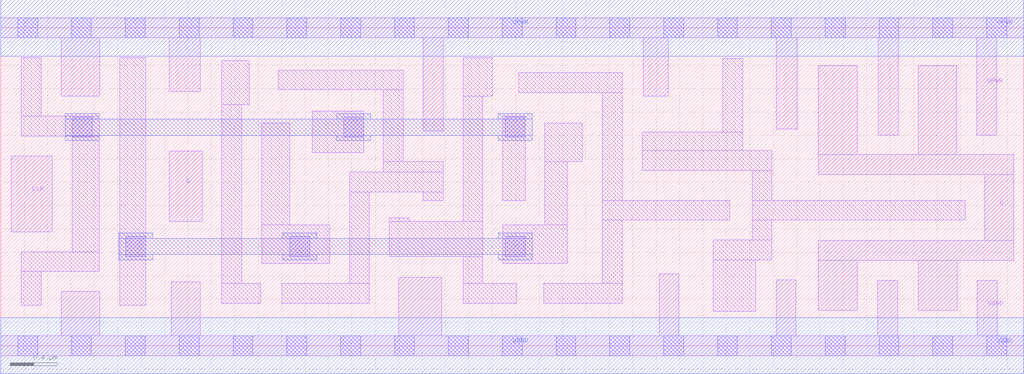
<source format=lef>
# Copyright 2020 The SkyWater PDK Authors
#
# Licensed under the Apache License, Version 2.0 (the "License");
# you may not use this file except in compliance with the License.
# You may obtain a copy of the License at
#
#     https://www.apache.org/licenses/LICENSE-2.0
#
# Unless required by applicable law or agreed to in writing, software
# distributed under the License is distributed on an "AS IS" BASIS,
# WITHOUT WARRANTIES OR CONDITIONS OF ANY KIND, either express or implied.
# See the License for the specific language governing permissions and
# limitations under the License.
#
# SPDX-License-Identifier: Apache-2.0

VERSION 5.7 ;
  NAMESCASESENSITIVE ON ;
  NOWIREEXTENSIONATPIN ON ;
  DIVIDERCHAR "/" ;
  BUSBITCHARS "[]" ;
UNITS
  DATABASE MICRONS 200 ;
END UNITS
MACRO sky130_fd_sc_hd__dfxtp_4
  CLASS CORE ;
  SOURCE USER ;
  FOREIGN sky130_fd_sc_hd__dfxtp_4 ;
  ORIGIN  0.000000  0.000000 ;
  SIZE  8.740000 BY  2.720000 ;
  SYMMETRY X Y R90 ;
  SITE unithd ;
  PIN D
    ANTENNAGATEAREA  0.126000 ;
    DIRECTION INPUT ;
    USE SIGNAL ;
    PORT
      LAYER li1 ;
        RECT 1.440000 1.065000 1.720000 1.665000 ;
    END
  END D
  PIN Q
    ANTENNADIFFAREA  0.891000 ;
    DIRECTION OUTPUT ;
    USE SIGNAL ;
    PORT
      LAYER li1 ;
        RECT 6.985000 0.305000 7.320000 0.730000 ;
        RECT 6.985000 0.730000 8.655000 0.900000 ;
        RECT 6.985000 1.465000 8.655000 1.635000 ;
        RECT 6.985000 1.635000 7.320000 2.395000 ;
        RECT 7.840000 0.305000 8.175000 0.730000 ;
        RECT 7.840000 1.635000 8.170000 2.395000 ;
        RECT 8.410000 0.900000 8.655000 1.465000 ;
    END
  END Q
  PIN CLK
    ANTENNAGATEAREA  0.159000 ;
    DIRECTION INPUT ;
    USE CLOCK ;
    PORT
      LAYER li1 ;
        RECT 0.090000 0.975000 0.440000 1.625000 ;
    END
  END CLK
  PIN VGND
    DIRECTION INOUT ;
    SHAPE ABUTMENT ;
    USE GROUND ;
    PORT
      LAYER li1 ;
        RECT 0.000000 -0.085000 8.740000 0.085000 ;
        RECT 0.515000  0.085000 0.845000 0.465000 ;
        RECT 1.455000  0.085000 1.705000 0.545000 ;
        RECT 3.400000  0.085000 3.770000 0.585000 ;
        RECT 5.625000  0.085000 5.795000 0.615000 ;
        RECT 6.625000  0.085000 6.795000 0.565000 ;
        RECT 7.495000  0.085000 7.665000 0.560000 ;
        RECT 8.345000  0.085000 8.515000 0.560000 ;
      LAYER mcon ;
        RECT 0.145000 -0.085000 0.315000 0.085000 ;
        RECT 0.605000 -0.085000 0.775000 0.085000 ;
        RECT 1.065000 -0.085000 1.235000 0.085000 ;
        RECT 1.525000 -0.085000 1.695000 0.085000 ;
        RECT 1.985000 -0.085000 2.155000 0.085000 ;
        RECT 2.445000 -0.085000 2.615000 0.085000 ;
        RECT 2.905000 -0.085000 3.075000 0.085000 ;
        RECT 3.365000 -0.085000 3.535000 0.085000 ;
        RECT 3.825000 -0.085000 3.995000 0.085000 ;
        RECT 4.285000 -0.085000 4.455000 0.085000 ;
        RECT 4.745000 -0.085000 4.915000 0.085000 ;
        RECT 5.205000 -0.085000 5.375000 0.085000 ;
        RECT 5.665000 -0.085000 5.835000 0.085000 ;
        RECT 6.125000 -0.085000 6.295000 0.085000 ;
        RECT 6.585000 -0.085000 6.755000 0.085000 ;
        RECT 7.045000 -0.085000 7.215000 0.085000 ;
        RECT 7.505000 -0.085000 7.675000 0.085000 ;
        RECT 7.965000 -0.085000 8.135000 0.085000 ;
        RECT 8.425000 -0.085000 8.595000 0.085000 ;
      LAYER met1 ;
        RECT 0.000000 -0.240000 8.740000 0.240000 ;
    END
  END VGND
  PIN VPWR
    DIRECTION INOUT ;
    SHAPE ABUTMENT ;
    USE POWER ;
    PORT
      LAYER li1 ;
        RECT 0.000000 2.635000 8.740000 2.805000 ;
        RECT 0.515000 2.135000 0.845000 2.635000 ;
        RECT 1.440000 2.175000 1.705000 2.635000 ;
        RECT 3.610000 1.835000 3.780000 2.635000 ;
        RECT 5.490000 2.135000 5.705000 2.635000 ;
        RECT 6.625000 1.855000 6.805000 2.635000 ;
        RECT 7.500000 1.805000 7.670000 2.635000 ;
        RECT 8.340000 1.805000 8.510000 2.635000 ;
      LAYER mcon ;
        RECT 0.145000 2.635000 0.315000 2.805000 ;
        RECT 0.605000 2.635000 0.775000 2.805000 ;
        RECT 1.065000 2.635000 1.235000 2.805000 ;
        RECT 1.525000 2.635000 1.695000 2.805000 ;
        RECT 1.985000 2.635000 2.155000 2.805000 ;
        RECT 2.445000 2.635000 2.615000 2.805000 ;
        RECT 2.905000 2.635000 3.075000 2.805000 ;
        RECT 3.365000 2.635000 3.535000 2.805000 ;
        RECT 3.825000 2.635000 3.995000 2.805000 ;
        RECT 4.285000 2.635000 4.455000 2.805000 ;
        RECT 4.745000 2.635000 4.915000 2.805000 ;
        RECT 5.205000 2.635000 5.375000 2.805000 ;
        RECT 5.665000 2.635000 5.835000 2.805000 ;
        RECT 6.125000 2.635000 6.295000 2.805000 ;
        RECT 6.585000 2.635000 6.755000 2.805000 ;
        RECT 7.045000 2.635000 7.215000 2.805000 ;
        RECT 7.505000 2.635000 7.675000 2.805000 ;
        RECT 7.965000 2.635000 8.135000 2.805000 ;
        RECT 8.425000 2.635000 8.595000 2.805000 ;
      LAYER met1 ;
        RECT 0.000000 2.480000 8.740000 2.960000 ;
    END
  END VPWR
  OBS
    LAYER li1 ;
      RECT 0.175000 0.345000 0.345000 0.635000 ;
      RECT 0.175000 0.635000 0.840000 0.805000 ;
      RECT 0.175000 1.795000 0.840000 1.965000 ;
      RECT 0.175000 1.965000 0.345000 2.465000 ;
      RECT 0.610000 0.805000 0.840000 1.795000 ;
      RECT 1.015000 0.345000 1.240000 2.465000 ;
      RECT 1.890000 0.365000 2.220000 0.535000 ;
      RECT 1.890000 0.535000 2.060000 2.065000 ;
      RECT 1.890000 2.065000 2.125000 2.440000 ;
      RECT 2.230000 0.705000 2.810000 1.035000 ;
      RECT 2.230000 1.035000 2.470000 1.905000 ;
      RECT 2.370000 2.190000 3.440000 2.360000 ;
      RECT 2.400000 0.365000 3.150000 0.535000 ;
      RECT 2.660000 1.655000 3.100000 2.010000 ;
      RECT 2.980000 0.535000 3.150000 1.315000 ;
      RECT 2.980000 1.315000 3.780000 1.485000 ;
      RECT 3.270000 1.485000 3.780000 1.575000 ;
      RECT 3.270000 1.575000 3.440000 2.190000 ;
      RECT 3.320000 0.765000 4.120000 1.065000 ;
      RECT 3.320000 1.065000 3.490000 1.095000 ;
      RECT 3.610000 1.245000 3.780000 1.315000 ;
      RECT 3.950000 0.365000 4.410000 0.535000 ;
      RECT 3.950000 0.535000 4.120000 0.765000 ;
      RECT 3.950000 1.065000 4.120000 2.135000 ;
      RECT 3.950000 2.135000 4.200000 2.465000 ;
      RECT 4.290000 0.705000 4.840000 1.035000 ;
      RECT 4.290000 1.245000 4.480000 1.965000 ;
      RECT 4.425000 2.165000 5.310000 2.335000 ;
      RECT 4.640000 0.365000 5.310000 0.535000 ;
      RECT 4.650000 1.035000 4.840000 1.575000 ;
      RECT 4.650000 1.575000 4.970000 1.905000 ;
      RECT 5.140000 0.535000 5.310000 1.075000 ;
      RECT 5.140000 1.075000 6.230000 1.245000 ;
      RECT 5.140000 1.245000 5.310000 2.165000 ;
      RECT 5.480000 1.500000 6.590000 1.670000 ;
      RECT 5.480000 1.670000 6.340000 1.830000 ;
      RECT 6.090000 0.295000 6.450000 0.735000 ;
      RECT 6.090000 0.735000 6.590000 0.905000 ;
      RECT 6.170000 1.830000 6.340000 2.455000 ;
      RECT 6.420000 0.905000 6.590000 1.075000 ;
      RECT 6.420000 1.075000 8.240000 1.245000 ;
      RECT 6.420000 1.245000 6.590000 1.500000 ;
    LAYER mcon ;
      RECT 0.610000 1.785000 0.780000 1.955000 ;
      RECT 1.070000 0.765000 1.240000 0.935000 ;
      RECT 2.470000 0.765000 2.640000 0.935000 ;
      RECT 2.930000 1.785000 3.100000 1.955000 ;
      RECT 4.310000 0.765000 4.480000 0.935000 ;
      RECT 4.310000 1.785000 4.480000 1.955000 ;
    LAYER met1 ;
      RECT 0.550000 1.755000 0.840000 1.800000 ;
      RECT 0.550000 1.800000 4.540000 1.940000 ;
      RECT 0.550000 1.940000 0.840000 1.985000 ;
      RECT 1.010000 0.735000 1.300000 0.780000 ;
      RECT 1.010000 0.780000 4.540000 0.920000 ;
      RECT 1.010000 0.920000 1.300000 0.965000 ;
      RECT 2.410000 0.735000 2.700000 0.780000 ;
      RECT 2.410000 0.920000 2.700000 0.965000 ;
      RECT 2.870000 1.755000 3.160000 1.800000 ;
      RECT 2.870000 1.940000 3.160000 1.985000 ;
      RECT 4.250000 0.735000 4.540000 0.780000 ;
      RECT 4.250000 0.920000 4.540000 0.965000 ;
      RECT 4.250000 1.755000 4.540000 1.800000 ;
      RECT 4.250000 1.940000 4.540000 1.985000 ;
  END
END sky130_fd_sc_hd__dfxtp_4
END LIBRARY

</source>
